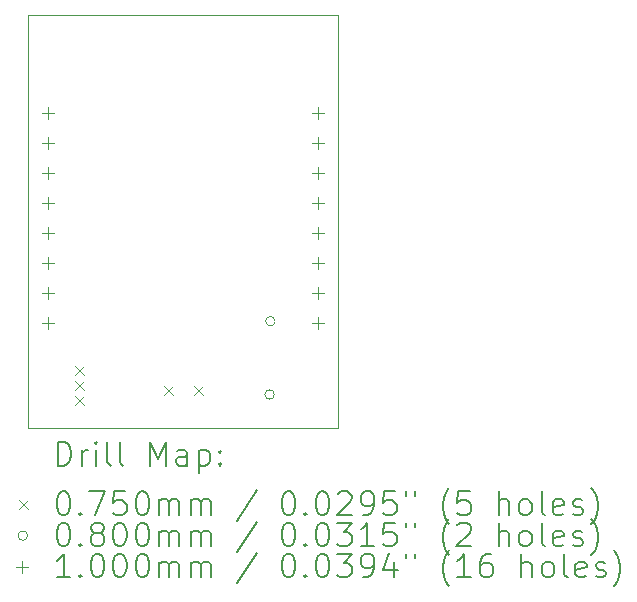
<source format=gbr>
%FSLAX45Y45*%
G04 Gerber Fmt 4.5, Leading zero omitted, Abs format (unit mm)*
G04 Created by KiCad (PCBNEW (6.0.4)) date 2022-03-20 22:02:29*
%MOMM*%
%LPD*%
G01*
G04 APERTURE LIST*
%TA.AperFunction,Profile*%
%ADD10C,0.100000*%
%TD*%
%ADD11C,0.200000*%
%ADD12C,0.075000*%
%ADD13C,0.080000*%
%ADD14C,0.100000*%
G04 APERTURE END LIST*
D10*
X12022935Y-8382000D02*
X9403251Y-8382000D01*
X9403251Y-8382000D02*
X9403251Y-4882412D01*
X9403251Y-4882412D02*
X12022935Y-4882412D01*
X12022935Y-4882412D02*
X12022935Y-8382000D01*
D11*
D12*
X9797323Y-7852233D02*
X9872323Y-7927233D01*
X9872323Y-7852233D02*
X9797323Y-7927233D01*
X9797323Y-7979233D02*
X9872323Y-8054233D01*
X9872323Y-7979233D02*
X9797323Y-8054233D01*
X9797323Y-8106233D02*
X9872323Y-8181233D01*
X9872323Y-8106233D02*
X9797323Y-8181233D01*
X10557199Y-8024440D02*
X10632199Y-8099440D01*
X10632199Y-8024440D02*
X10557199Y-8099440D01*
X10811199Y-8024440D02*
X10886199Y-8099440D01*
X10886199Y-8024440D02*
X10811199Y-8099440D01*
D13*
X11487268Y-8095915D02*
G75*
G03*
X11487268Y-8095915I-40000J0D01*
G01*
X11494061Y-7476016D02*
G75*
G03*
X11494061Y-7476016I-40000J0D01*
G01*
D14*
X9573500Y-5665000D02*
X9573500Y-5765000D01*
X9523500Y-5715000D02*
X9623500Y-5715000D01*
X9573500Y-5919000D02*
X9573500Y-6019000D01*
X9523500Y-5969000D02*
X9623500Y-5969000D01*
X9573500Y-6173000D02*
X9573500Y-6273000D01*
X9523500Y-6223000D02*
X9623500Y-6223000D01*
X9573500Y-6427000D02*
X9573500Y-6527000D01*
X9523500Y-6477000D02*
X9623500Y-6477000D01*
X9573500Y-6681000D02*
X9573500Y-6781000D01*
X9523500Y-6731000D02*
X9623500Y-6731000D01*
X9573500Y-6935000D02*
X9573500Y-7035000D01*
X9523500Y-6985000D02*
X9623500Y-6985000D01*
X9573500Y-7189000D02*
X9573500Y-7289000D01*
X9523500Y-7239000D02*
X9623500Y-7239000D01*
X9573500Y-7443000D02*
X9573500Y-7543000D01*
X9523500Y-7493000D02*
X9623500Y-7493000D01*
X11859500Y-5665000D02*
X11859500Y-5765000D01*
X11809500Y-5715000D02*
X11909500Y-5715000D01*
X11859500Y-5919000D02*
X11859500Y-6019000D01*
X11809500Y-5969000D02*
X11909500Y-5969000D01*
X11859500Y-6173000D02*
X11859500Y-6273000D01*
X11809500Y-6223000D02*
X11909500Y-6223000D01*
X11859500Y-6427000D02*
X11859500Y-6527000D01*
X11809500Y-6477000D02*
X11909500Y-6477000D01*
X11859500Y-6681000D02*
X11859500Y-6781000D01*
X11809500Y-6731000D02*
X11909500Y-6731000D01*
X11859500Y-6935000D02*
X11859500Y-7035000D01*
X11809500Y-6985000D02*
X11909500Y-6985000D01*
X11859500Y-7189000D02*
X11859500Y-7289000D01*
X11809500Y-7239000D02*
X11909500Y-7239000D01*
X11859500Y-7443000D02*
X11859500Y-7543000D01*
X11809500Y-7493000D02*
X11909500Y-7493000D01*
D11*
X9655870Y-8697476D02*
X9655870Y-8497476D01*
X9703489Y-8497476D01*
X9732061Y-8507000D01*
X9751108Y-8526048D01*
X9760632Y-8545095D01*
X9770156Y-8583190D01*
X9770156Y-8611762D01*
X9760632Y-8649857D01*
X9751108Y-8668905D01*
X9732061Y-8687952D01*
X9703489Y-8697476D01*
X9655870Y-8697476D01*
X9855870Y-8697476D02*
X9855870Y-8564143D01*
X9855870Y-8602238D02*
X9865394Y-8583190D01*
X9874918Y-8573667D01*
X9893966Y-8564143D01*
X9913013Y-8564143D01*
X9979680Y-8697476D02*
X9979680Y-8564143D01*
X9979680Y-8497476D02*
X9970156Y-8507000D01*
X9979680Y-8516524D01*
X9989204Y-8507000D01*
X9979680Y-8497476D01*
X9979680Y-8516524D01*
X10103489Y-8697476D02*
X10084442Y-8687952D01*
X10074918Y-8668905D01*
X10074918Y-8497476D01*
X10208251Y-8697476D02*
X10189204Y-8687952D01*
X10179680Y-8668905D01*
X10179680Y-8497476D01*
X10436823Y-8697476D02*
X10436823Y-8497476D01*
X10503489Y-8640333D01*
X10570156Y-8497476D01*
X10570156Y-8697476D01*
X10751108Y-8697476D02*
X10751108Y-8592714D01*
X10741585Y-8573667D01*
X10722537Y-8564143D01*
X10684442Y-8564143D01*
X10665394Y-8573667D01*
X10751108Y-8687952D02*
X10732061Y-8697476D01*
X10684442Y-8697476D01*
X10665394Y-8687952D01*
X10655870Y-8668905D01*
X10655870Y-8649857D01*
X10665394Y-8630810D01*
X10684442Y-8621286D01*
X10732061Y-8621286D01*
X10751108Y-8611762D01*
X10846347Y-8564143D02*
X10846347Y-8764143D01*
X10846347Y-8573667D02*
X10865394Y-8564143D01*
X10903489Y-8564143D01*
X10922537Y-8573667D01*
X10932061Y-8583190D01*
X10941585Y-8602238D01*
X10941585Y-8659381D01*
X10932061Y-8678429D01*
X10922537Y-8687952D01*
X10903489Y-8697476D01*
X10865394Y-8697476D01*
X10846347Y-8687952D01*
X11027299Y-8678429D02*
X11036823Y-8687952D01*
X11027299Y-8697476D01*
X11017775Y-8687952D01*
X11027299Y-8678429D01*
X11027299Y-8697476D01*
X11027299Y-8573667D02*
X11036823Y-8583190D01*
X11027299Y-8592714D01*
X11017775Y-8583190D01*
X11027299Y-8573667D01*
X11027299Y-8592714D01*
D12*
X9323251Y-8989500D02*
X9398251Y-9064500D01*
X9398251Y-8989500D02*
X9323251Y-9064500D01*
D11*
X9693966Y-8917476D02*
X9713013Y-8917476D01*
X9732061Y-8927000D01*
X9741585Y-8936524D01*
X9751108Y-8955571D01*
X9760632Y-8993667D01*
X9760632Y-9041286D01*
X9751108Y-9079381D01*
X9741585Y-9098429D01*
X9732061Y-9107952D01*
X9713013Y-9117476D01*
X9693966Y-9117476D01*
X9674918Y-9107952D01*
X9665394Y-9098429D01*
X9655870Y-9079381D01*
X9646347Y-9041286D01*
X9646347Y-8993667D01*
X9655870Y-8955571D01*
X9665394Y-8936524D01*
X9674918Y-8927000D01*
X9693966Y-8917476D01*
X9846347Y-9098429D02*
X9855870Y-9107952D01*
X9846347Y-9117476D01*
X9836823Y-9107952D01*
X9846347Y-9098429D01*
X9846347Y-9117476D01*
X9922537Y-8917476D02*
X10055870Y-8917476D01*
X9970156Y-9117476D01*
X10227299Y-8917476D02*
X10132061Y-8917476D01*
X10122537Y-9012714D01*
X10132061Y-9003190D01*
X10151108Y-8993667D01*
X10198727Y-8993667D01*
X10217775Y-9003190D01*
X10227299Y-9012714D01*
X10236823Y-9031762D01*
X10236823Y-9079381D01*
X10227299Y-9098429D01*
X10217775Y-9107952D01*
X10198727Y-9117476D01*
X10151108Y-9117476D01*
X10132061Y-9107952D01*
X10122537Y-9098429D01*
X10360632Y-8917476D02*
X10379680Y-8917476D01*
X10398727Y-8927000D01*
X10408251Y-8936524D01*
X10417775Y-8955571D01*
X10427299Y-8993667D01*
X10427299Y-9041286D01*
X10417775Y-9079381D01*
X10408251Y-9098429D01*
X10398727Y-9107952D01*
X10379680Y-9117476D01*
X10360632Y-9117476D01*
X10341585Y-9107952D01*
X10332061Y-9098429D01*
X10322537Y-9079381D01*
X10313013Y-9041286D01*
X10313013Y-8993667D01*
X10322537Y-8955571D01*
X10332061Y-8936524D01*
X10341585Y-8927000D01*
X10360632Y-8917476D01*
X10513013Y-9117476D02*
X10513013Y-8984143D01*
X10513013Y-9003190D02*
X10522537Y-8993667D01*
X10541585Y-8984143D01*
X10570156Y-8984143D01*
X10589204Y-8993667D01*
X10598727Y-9012714D01*
X10598727Y-9117476D01*
X10598727Y-9012714D02*
X10608251Y-8993667D01*
X10627299Y-8984143D01*
X10655870Y-8984143D01*
X10674918Y-8993667D01*
X10684442Y-9012714D01*
X10684442Y-9117476D01*
X10779680Y-9117476D02*
X10779680Y-8984143D01*
X10779680Y-9003190D02*
X10789204Y-8993667D01*
X10808251Y-8984143D01*
X10836823Y-8984143D01*
X10855870Y-8993667D01*
X10865394Y-9012714D01*
X10865394Y-9117476D01*
X10865394Y-9012714D02*
X10874918Y-8993667D01*
X10893966Y-8984143D01*
X10922537Y-8984143D01*
X10941585Y-8993667D01*
X10951108Y-9012714D01*
X10951108Y-9117476D01*
X11341585Y-8907952D02*
X11170156Y-9165095D01*
X11598727Y-8917476D02*
X11617775Y-8917476D01*
X11636823Y-8927000D01*
X11646346Y-8936524D01*
X11655870Y-8955571D01*
X11665394Y-8993667D01*
X11665394Y-9041286D01*
X11655870Y-9079381D01*
X11646346Y-9098429D01*
X11636823Y-9107952D01*
X11617775Y-9117476D01*
X11598727Y-9117476D01*
X11579680Y-9107952D01*
X11570156Y-9098429D01*
X11560632Y-9079381D01*
X11551108Y-9041286D01*
X11551108Y-8993667D01*
X11560632Y-8955571D01*
X11570156Y-8936524D01*
X11579680Y-8927000D01*
X11598727Y-8917476D01*
X11751108Y-9098429D02*
X11760632Y-9107952D01*
X11751108Y-9117476D01*
X11741585Y-9107952D01*
X11751108Y-9098429D01*
X11751108Y-9117476D01*
X11884442Y-8917476D02*
X11903489Y-8917476D01*
X11922537Y-8927000D01*
X11932061Y-8936524D01*
X11941585Y-8955571D01*
X11951108Y-8993667D01*
X11951108Y-9041286D01*
X11941585Y-9079381D01*
X11932061Y-9098429D01*
X11922537Y-9107952D01*
X11903489Y-9117476D01*
X11884442Y-9117476D01*
X11865394Y-9107952D01*
X11855870Y-9098429D01*
X11846346Y-9079381D01*
X11836823Y-9041286D01*
X11836823Y-8993667D01*
X11846346Y-8955571D01*
X11855870Y-8936524D01*
X11865394Y-8927000D01*
X11884442Y-8917476D01*
X12027299Y-8936524D02*
X12036823Y-8927000D01*
X12055870Y-8917476D01*
X12103489Y-8917476D01*
X12122537Y-8927000D01*
X12132061Y-8936524D01*
X12141585Y-8955571D01*
X12141585Y-8974619D01*
X12132061Y-9003190D01*
X12017775Y-9117476D01*
X12141585Y-9117476D01*
X12236823Y-9117476D02*
X12274918Y-9117476D01*
X12293965Y-9107952D01*
X12303489Y-9098429D01*
X12322537Y-9069857D01*
X12332061Y-9031762D01*
X12332061Y-8955571D01*
X12322537Y-8936524D01*
X12313013Y-8927000D01*
X12293965Y-8917476D01*
X12255870Y-8917476D01*
X12236823Y-8927000D01*
X12227299Y-8936524D01*
X12217775Y-8955571D01*
X12217775Y-9003190D01*
X12227299Y-9022238D01*
X12236823Y-9031762D01*
X12255870Y-9041286D01*
X12293965Y-9041286D01*
X12313013Y-9031762D01*
X12322537Y-9022238D01*
X12332061Y-9003190D01*
X12513013Y-8917476D02*
X12417775Y-8917476D01*
X12408251Y-9012714D01*
X12417775Y-9003190D01*
X12436823Y-8993667D01*
X12484442Y-8993667D01*
X12503489Y-9003190D01*
X12513013Y-9012714D01*
X12522537Y-9031762D01*
X12522537Y-9079381D01*
X12513013Y-9098429D01*
X12503489Y-9107952D01*
X12484442Y-9117476D01*
X12436823Y-9117476D01*
X12417775Y-9107952D01*
X12408251Y-9098429D01*
X12598727Y-8917476D02*
X12598727Y-8955571D01*
X12674918Y-8917476D02*
X12674918Y-8955571D01*
X12970156Y-9193667D02*
X12960632Y-9184143D01*
X12941585Y-9155571D01*
X12932061Y-9136524D01*
X12922537Y-9107952D01*
X12913013Y-9060333D01*
X12913013Y-9022238D01*
X12922537Y-8974619D01*
X12932061Y-8946048D01*
X12941585Y-8927000D01*
X12960632Y-8898429D01*
X12970156Y-8888905D01*
X13141585Y-8917476D02*
X13046346Y-8917476D01*
X13036823Y-9012714D01*
X13046346Y-9003190D01*
X13065394Y-8993667D01*
X13113013Y-8993667D01*
X13132061Y-9003190D01*
X13141585Y-9012714D01*
X13151108Y-9031762D01*
X13151108Y-9079381D01*
X13141585Y-9098429D01*
X13132061Y-9107952D01*
X13113013Y-9117476D01*
X13065394Y-9117476D01*
X13046346Y-9107952D01*
X13036823Y-9098429D01*
X13389204Y-9117476D02*
X13389204Y-8917476D01*
X13474918Y-9117476D02*
X13474918Y-9012714D01*
X13465394Y-8993667D01*
X13446346Y-8984143D01*
X13417775Y-8984143D01*
X13398727Y-8993667D01*
X13389204Y-9003190D01*
X13598727Y-9117476D02*
X13579680Y-9107952D01*
X13570156Y-9098429D01*
X13560632Y-9079381D01*
X13560632Y-9022238D01*
X13570156Y-9003190D01*
X13579680Y-8993667D01*
X13598727Y-8984143D01*
X13627299Y-8984143D01*
X13646346Y-8993667D01*
X13655870Y-9003190D01*
X13665394Y-9022238D01*
X13665394Y-9079381D01*
X13655870Y-9098429D01*
X13646346Y-9107952D01*
X13627299Y-9117476D01*
X13598727Y-9117476D01*
X13779680Y-9117476D02*
X13760632Y-9107952D01*
X13751108Y-9088905D01*
X13751108Y-8917476D01*
X13932061Y-9107952D02*
X13913013Y-9117476D01*
X13874918Y-9117476D01*
X13855870Y-9107952D01*
X13846346Y-9088905D01*
X13846346Y-9012714D01*
X13855870Y-8993667D01*
X13874918Y-8984143D01*
X13913013Y-8984143D01*
X13932061Y-8993667D01*
X13941585Y-9012714D01*
X13941585Y-9031762D01*
X13846346Y-9050810D01*
X14017775Y-9107952D02*
X14036823Y-9117476D01*
X14074918Y-9117476D01*
X14093965Y-9107952D01*
X14103489Y-9088905D01*
X14103489Y-9079381D01*
X14093965Y-9060333D01*
X14074918Y-9050810D01*
X14046346Y-9050810D01*
X14027299Y-9041286D01*
X14017775Y-9022238D01*
X14017775Y-9012714D01*
X14027299Y-8993667D01*
X14046346Y-8984143D01*
X14074918Y-8984143D01*
X14093965Y-8993667D01*
X14170156Y-9193667D02*
X14179680Y-9184143D01*
X14198727Y-9155571D01*
X14208251Y-9136524D01*
X14217775Y-9107952D01*
X14227299Y-9060333D01*
X14227299Y-9022238D01*
X14217775Y-8974619D01*
X14208251Y-8946048D01*
X14198727Y-8927000D01*
X14179680Y-8898429D01*
X14170156Y-8888905D01*
D13*
X9398251Y-9291000D02*
G75*
G03*
X9398251Y-9291000I-40000J0D01*
G01*
D11*
X9693966Y-9181476D02*
X9713013Y-9181476D01*
X9732061Y-9191000D01*
X9741585Y-9200524D01*
X9751108Y-9219571D01*
X9760632Y-9257667D01*
X9760632Y-9305286D01*
X9751108Y-9343381D01*
X9741585Y-9362429D01*
X9732061Y-9371952D01*
X9713013Y-9381476D01*
X9693966Y-9381476D01*
X9674918Y-9371952D01*
X9665394Y-9362429D01*
X9655870Y-9343381D01*
X9646347Y-9305286D01*
X9646347Y-9257667D01*
X9655870Y-9219571D01*
X9665394Y-9200524D01*
X9674918Y-9191000D01*
X9693966Y-9181476D01*
X9846347Y-9362429D02*
X9855870Y-9371952D01*
X9846347Y-9381476D01*
X9836823Y-9371952D01*
X9846347Y-9362429D01*
X9846347Y-9381476D01*
X9970156Y-9267190D02*
X9951108Y-9257667D01*
X9941585Y-9248143D01*
X9932061Y-9229095D01*
X9932061Y-9219571D01*
X9941585Y-9200524D01*
X9951108Y-9191000D01*
X9970156Y-9181476D01*
X10008251Y-9181476D01*
X10027299Y-9191000D01*
X10036823Y-9200524D01*
X10046347Y-9219571D01*
X10046347Y-9229095D01*
X10036823Y-9248143D01*
X10027299Y-9257667D01*
X10008251Y-9267190D01*
X9970156Y-9267190D01*
X9951108Y-9276714D01*
X9941585Y-9286238D01*
X9932061Y-9305286D01*
X9932061Y-9343381D01*
X9941585Y-9362429D01*
X9951108Y-9371952D01*
X9970156Y-9381476D01*
X10008251Y-9381476D01*
X10027299Y-9371952D01*
X10036823Y-9362429D01*
X10046347Y-9343381D01*
X10046347Y-9305286D01*
X10036823Y-9286238D01*
X10027299Y-9276714D01*
X10008251Y-9267190D01*
X10170156Y-9181476D02*
X10189204Y-9181476D01*
X10208251Y-9191000D01*
X10217775Y-9200524D01*
X10227299Y-9219571D01*
X10236823Y-9257667D01*
X10236823Y-9305286D01*
X10227299Y-9343381D01*
X10217775Y-9362429D01*
X10208251Y-9371952D01*
X10189204Y-9381476D01*
X10170156Y-9381476D01*
X10151108Y-9371952D01*
X10141585Y-9362429D01*
X10132061Y-9343381D01*
X10122537Y-9305286D01*
X10122537Y-9257667D01*
X10132061Y-9219571D01*
X10141585Y-9200524D01*
X10151108Y-9191000D01*
X10170156Y-9181476D01*
X10360632Y-9181476D02*
X10379680Y-9181476D01*
X10398727Y-9191000D01*
X10408251Y-9200524D01*
X10417775Y-9219571D01*
X10427299Y-9257667D01*
X10427299Y-9305286D01*
X10417775Y-9343381D01*
X10408251Y-9362429D01*
X10398727Y-9371952D01*
X10379680Y-9381476D01*
X10360632Y-9381476D01*
X10341585Y-9371952D01*
X10332061Y-9362429D01*
X10322537Y-9343381D01*
X10313013Y-9305286D01*
X10313013Y-9257667D01*
X10322537Y-9219571D01*
X10332061Y-9200524D01*
X10341585Y-9191000D01*
X10360632Y-9181476D01*
X10513013Y-9381476D02*
X10513013Y-9248143D01*
X10513013Y-9267190D02*
X10522537Y-9257667D01*
X10541585Y-9248143D01*
X10570156Y-9248143D01*
X10589204Y-9257667D01*
X10598727Y-9276714D01*
X10598727Y-9381476D01*
X10598727Y-9276714D02*
X10608251Y-9257667D01*
X10627299Y-9248143D01*
X10655870Y-9248143D01*
X10674918Y-9257667D01*
X10684442Y-9276714D01*
X10684442Y-9381476D01*
X10779680Y-9381476D02*
X10779680Y-9248143D01*
X10779680Y-9267190D02*
X10789204Y-9257667D01*
X10808251Y-9248143D01*
X10836823Y-9248143D01*
X10855870Y-9257667D01*
X10865394Y-9276714D01*
X10865394Y-9381476D01*
X10865394Y-9276714D02*
X10874918Y-9257667D01*
X10893966Y-9248143D01*
X10922537Y-9248143D01*
X10941585Y-9257667D01*
X10951108Y-9276714D01*
X10951108Y-9381476D01*
X11341585Y-9171952D02*
X11170156Y-9429095D01*
X11598727Y-9181476D02*
X11617775Y-9181476D01*
X11636823Y-9191000D01*
X11646346Y-9200524D01*
X11655870Y-9219571D01*
X11665394Y-9257667D01*
X11665394Y-9305286D01*
X11655870Y-9343381D01*
X11646346Y-9362429D01*
X11636823Y-9371952D01*
X11617775Y-9381476D01*
X11598727Y-9381476D01*
X11579680Y-9371952D01*
X11570156Y-9362429D01*
X11560632Y-9343381D01*
X11551108Y-9305286D01*
X11551108Y-9257667D01*
X11560632Y-9219571D01*
X11570156Y-9200524D01*
X11579680Y-9191000D01*
X11598727Y-9181476D01*
X11751108Y-9362429D02*
X11760632Y-9371952D01*
X11751108Y-9381476D01*
X11741585Y-9371952D01*
X11751108Y-9362429D01*
X11751108Y-9381476D01*
X11884442Y-9181476D02*
X11903489Y-9181476D01*
X11922537Y-9191000D01*
X11932061Y-9200524D01*
X11941585Y-9219571D01*
X11951108Y-9257667D01*
X11951108Y-9305286D01*
X11941585Y-9343381D01*
X11932061Y-9362429D01*
X11922537Y-9371952D01*
X11903489Y-9381476D01*
X11884442Y-9381476D01*
X11865394Y-9371952D01*
X11855870Y-9362429D01*
X11846346Y-9343381D01*
X11836823Y-9305286D01*
X11836823Y-9257667D01*
X11846346Y-9219571D01*
X11855870Y-9200524D01*
X11865394Y-9191000D01*
X11884442Y-9181476D01*
X12017775Y-9181476D02*
X12141585Y-9181476D01*
X12074918Y-9257667D01*
X12103489Y-9257667D01*
X12122537Y-9267190D01*
X12132061Y-9276714D01*
X12141585Y-9295762D01*
X12141585Y-9343381D01*
X12132061Y-9362429D01*
X12122537Y-9371952D01*
X12103489Y-9381476D01*
X12046346Y-9381476D01*
X12027299Y-9371952D01*
X12017775Y-9362429D01*
X12332061Y-9381476D02*
X12217775Y-9381476D01*
X12274918Y-9381476D02*
X12274918Y-9181476D01*
X12255870Y-9210048D01*
X12236823Y-9229095D01*
X12217775Y-9238619D01*
X12513013Y-9181476D02*
X12417775Y-9181476D01*
X12408251Y-9276714D01*
X12417775Y-9267190D01*
X12436823Y-9257667D01*
X12484442Y-9257667D01*
X12503489Y-9267190D01*
X12513013Y-9276714D01*
X12522537Y-9295762D01*
X12522537Y-9343381D01*
X12513013Y-9362429D01*
X12503489Y-9371952D01*
X12484442Y-9381476D01*
X12436823Y-9381476D01*
X12417775Y-9371952D01*
X12408251Y-9362429D01*
X12598727Y-9181476D02*
X12598727Y-9219571D01*
X12674918Y-9181476D02*
X12674918Y-9219571D01*
X12970156Y-9457667D02*
X12960632Y-9448143D01*
X12941585Y-9419571D01*
X12932061Y-9400524D01*
X12922537Y-9371952D01*
X12913013Y-9324333D01*
X12913013Y-9286238D01*
X12922537Y-9238619D01*
X12932061Y-9210048D01*
X12941585Y-9191000D01*
X12960632Y-9162429D01*
X12970156Y-9152905D01*
X13036823Y-9200524D02*
X13046346Y-9191000D01*
X13065394Y-9181476D01*
X13113013Y-9181476D01*
X13132061Y-9191000D01*
X13141585Y-9200524D01*
X13151108Y-9219571D01*
X13151108Y-9238619D01*
X13141585Y-9267190D01*
X13027299Y-9381476D01*
X13151108Y-9381476D01*
X13389204Y-9381476D02*
X13389204Y-9181476D01*
X13474918Y-9381476D02*
X13474918Y-9276714D01*
X13465394Y-9257667D01*
X13446346Y-9248143D01*
X13417775Y-9248143D01*
X13398727Y-9257667D01*
X13389204Y-9267190D01*
X13598727Y-9381476D02*
X13579680Y-9371952D01*
X13570156Y-9362429D01*
X13560632Y-9343381D01*
X13560632Y-9286238D01*
X13570156Y-9267190D01*
X13579680Y-9257667D01*
X13598727Y-9248143D01*
X13627299Y-9248143D01*
X13646346Y-9257667D01*
X13655870Y-9267190D01*
X13665394Y-9286238D01*
X13665394Y-9343381D01*
X13655870Y-9362429D01*
X13646346Y-9371952D01*
X13627299Y-9381476D01*
X13598727Y-9381476D01*
X13779680Y-9381476D02*
X13760632Y-9371952D01*
X13751108Y-9352905D01*
X13751108Y-9181476D01*
X13932061Y-9371952D02*
X13913013Y-9381476D01*
X13874918Y-9381476D01*
X13855870Y-9371952D01*
X13846346Y-9352905D01*
X13846346Y-9276714D01*
X13855870Y-9257667D01*
X13874918Y-9248143D01*
X13913013Y-9248143D01*
X13932061Y-9257667D01*
X13941585Y-9276714D01*
X13941585Y-9295762D01*
X13846346Y-9314810D01*
X14017775Y-9371952D02*
X14036823Y-9381476D01*
X14074918Y-9381476D01*
X14093965Y-9371952D01*
X14103489Y-9352905D01*
X14103489Y-9343381D01*
X14093965Y-9324333D01*
X14074918Y-9314810D01*
X14046346Y-9314810D01*
X14027299Y-9305286D01*
X14017775Y-9286238D01*
X14017775Y-9276714D01*
X14027299Y-9257667D01*
X14046346Y-9248143D01*
X14074918Y-9248143D01*
X14093965Y-9257667D01*
X14170156Y-9457667D02*
X14179680Y-9448143D01*
X14198727Y-9419571D01*
X14208251Y-9400524D01*
X14217775Y-9371952D01*
X14227299Y-9324333D01*
X14227299Y-9286238D01*
X14217775Y-9238619D01*
X14208251Y-9210048D01*
X14198727Y-9191000D01*
X14179680Y-9162429D01*
X14170156Y-9152905D01*
D14*
X9348251Y-9505000D02*
X9348251Y-9605000D01*
X9298251Y-9555000D02*
X9398251Y-9555000D01*
D11*
X9760632Y-9645476D02*
X9646347Y-9645476D01*
X9703489Y-9645476D02*
X9703489Y-9445476D01*
X9684442Y-9474048D01*
X9665394Y-9493095D01*
X9646347Y-9502619D01*
X9846347Y-9626429D02*
X9855870Y-9635952D01*
X9846347Y-9645476D01*
X9836823Y-9635952D01*
X9846347Y-9626429D01*
X9846347Y-9645476D01*
X9979680Y-9445476D02*
X9998727Y-9445476D01*
X10017775Y-9455000D01*
X10027299Y-9464524D01*
X10036823Y-9483571D01*
X10046347Y-9521667D01*
X10046347Y-9569286D01*
X10036823Y-9607381D01*
X10027299Y-9626429D01*
X10017775Y-9635952D01*
X9998727Y-9645476D01*
X9979680Y-9645476D01*
X9960632Y-9635952D01*
X9951108Y-9626429D01*
X9941585Y-9607381D01*
X9932061Y-9569286D01*
X9932061Y-9521667D01*
X9941585Y-9483571D01*
X9951108Y-9464524D01*
X9960632Y-9455000D01*
X9979680Y-9445476D01*
X10170156Y-9445476D02*
X10189204Y-9445476D01*
X10208251Y-9455000D01*
X10217775Y-9464524D01*
X10227299Y-9483571D01*
X10236823Y-9521667D01*
X10236823Y-9569286D01*
X10227299Y-9607381D01*
X10217775Y-9626429D01*
X10208251Y-9635952D01*
X10189204Y-9645476D01*
X10170156Y-9645476D01*
X10151108Y-9635952D01*
X10141585Y-9626429D01*
X10132061Y-9607381D01*
X10122537Y-9569286D01*
X10122537Y-9521667D01*
X10132061Y-9483571D01*
X10141585Y-9464524D01*
X10151108Y-9455000D01*
X10170156Y-9445476D01*
X10360632Y-9445476D02*
X10379680Y-9445476D01*
X10398727Y-9455000D01*
X10408251Y-9464524D01*
X10417775Y-9483571D01*
X10427299Y-9521667D01*
X10427299Y-9569286D01*
X10417775Y-9607381D01*
X10408251Y-9626429D01*
X10398727Y-9635952D01*
X10379680Y-9645476D01*
X10360632Y-9645476D01*
X10341585Y-9635952D01*
X10332061Y-9626429D01*
X10322537Y-9607381D01*
X10313013Y-9569286D01*
X10313013Y-9521667D01*
X10322537Y-9483571D01*
X10332061Y-9464524D01*
X10341585Y-9455000D01*
X10360632Y-9445476D01*
X10513013Y-9645476D02*
X10513013Y-9512143D01*
X10513013Y-9531190D02*
X10522537Y-9521667D01*
X10541585Y-9512143D01*
X10570156Y-9512143D01*
X10589204Y-9521667D01*
X10598727Y-9540714D01*
X10598727Y-9645476D01*
X10598727Y-9540714D02*
X10608251Y-9521667D01*
X10627299Y-9512143D01*
X10655870Y-9512143D01*
X10674918Y-9521667D01*
X10684442Y-9540714D01*
X10684442Y-9645476D01*
X10779680Y-9645476D02*
X10779680Y-9512143D01*
X10779680Y-9531190D02*
X10789204Y-9521667D01*
X10808251Y-9512143D01*
X10836823Y-9512143D01*
X10855870Y-9521667D01*
X10865394Y-9540714D01*
X10865394Y-9645476D01*
X10865394Y-9540714D02*
X10874918Y-9521667D01*
X10893966Y-9512143D01*
X10922537Y-9512143D01*
X10941585Y-9521667D01*
X10951108Y-9540714D01*
X10951108Y-9645476D01*
X11341585Y-9435952D02*
X11170156Y-9693095D01*
X11598727Y-9445476D02*
X11617775Y-9445476D01*
X11636823Y-9455000D01*
X11646346Y-9464524D01*
X11655870Y-9483571D01*
X11665394Y-9521667D01*
X11665394Y-9569286D01*
X11655870Y-9607381D01*
X11646346Y-9626429D01*
X11636823Y-9635952D01*
X11617775Y-9645476D01*
X11598727Y-9645476D01*
X11579680Y-9635952D01*
X11570156Y-9626429D01*
X11560632Y-9607381D01*
X11551108Y-9569286D01*
X11551108Y-9521667D01*
X11560632Y-9483571D01*
X11570156Y-9464524D01*
X11579680Y-9455000D01*
X11598727Y-9445476D01*
X11751108Y-9626429D02*
X11760632Y-9635952D01*
X11751108Y-9645476D01*
X11741585Y-9635952D01*
X11751108Y-9626429D01*
X11751108Y-9645476D01*
X11884442Y-9445476D02*
X11903489Y-9445476D01*
X11922537Y-9455000D01*
X11932061Y-9464524D01*
X11941585Y-9483571D01*
X11951108Y-9521667D01*
X11951108Y-9569286D01*
X11941585Y-9607381D01*
X11932061Y-9626429D01*
X11922537Y-9635952D01*
X11903489Y-9645476D01*
X11884442Y-9645476D01*
X11865394Y-9635952D01*
X11855870Y-9626429D01*
X11846346Y-9607381D01*
X11836823Y-9569286D01*
X11836823Y-9521667D01*
X11846346Y-9483571D01*
X11855870Y-9464524D01*
X11865394Y-9455000D01*
X11884442Y-9445476D01*
X12017775Y-9445476D02*
X12141585Y-9445476D01*
X12074918Y-9521667D01*
X12103489Y-9521667D01*
X12122537Y-9531190D01*
X12132061Y-9540714D01*
X12141585Y-9559762D01*
X12141585Y-9607381D01*
X12132061Y-9626429D01*
X12122537Y-9635952D01*
X12103489Y-9645476D01*
X12046346Y-9645476D01*
X12027299Y-9635952D01*
X12017775Y-9626429D01*
X12236823Y-9645476D02*
X12274918Y-9645476D01*
X12293965Y-9635952D01*
X12303489Y-9626429D01*
X12322537Y-9597857D01*
X12332061Y-9559762D01*
X12332061Y-9483571D01*
X12322537Y-9464524D01*
X12313013Y-9455000D01*
X12293965Y-9445476D01*
X12255870Y-9445476D01*
X12236823Y-9455000D01*
X12227299Y-9464524D01*
X12217775Y-9483571D01*
X12217775Y-9531190D01*
X12227299Y-9550238D01*
X12236823Y-9559762D01*
X12255870Y-9569286D01*
X12293965Y-9569286D01*
X12313013Y-9559762D01*
X12322537Y-9550238D01*
X12332061Y-9531190D01*
X12503489Y-9512143D02*
X12503489Y-9645476D01*
X12455870Y-9435952D02*
X12408251Y-9578810D01*
X12532061Y-9578810D01*
X12598727Y-9445476D02*
X12598727Y-9483571D01*
X12674918Y-9445476D02*
X12674918Y-9483571D01*
X12970156Y-9721667D02*
X12960632Y-9712143D01*
X12941585Y-9683571D01*
X12932061Y-9664524D01*
X12922537Y-9635952D01*
X12913013Y-9588333D01*
X12913013Y-9550238D01*
X12922537Y-9502619D01*
X12932061Y-9474048D01*
X12941585Y-9455000D01*
X12960632Y-9426429D01*
X12970156Y-9416905D01*
X13151108Y-9645476D02*
X13036823Y-9645476D01*
X13093965Y-9645476D02*
X13093965Y-9445476D01*
X13074918Y-9474048D01*
X13055870Y-9493095D01*
X13036823Y-9502619D01*
X13322537Y-9445476D02*
X13284442Y-9445476D01*
X13265394Y-9455000D01*
X13255870Y-9464524D01*
X13236823Y-9493095D01*
X13227299Y-9531190D01*
X13227299Y-9607381D01*
X13236823Y-9626429D01*
X13246346Y-9635952D01*
X13265394Y-9645476D01*
X13303489Y-9645476D01*
X13322537Y-9635952D01*
X13332061Y-9626429D01*
X13341585Y-9607381D01*
X13341585Y-9559762D01*
X13332061Y-9540714D01*
X13322537Y-9531190D01*
X13303489Y-9521667D01*
X13265394Y-9521667D01*
X13246346Y-9531190D01*
X13236823Y-9540714D01*
X13227299Y-9559762D01*
X13579680Y-9645476D02*
X13579680Y-9445476D01*
X13665394Y-9645476D02*
X13665394Y-9540714D01*
X13655870Y-9521667D01*
X13636823Y-9512143D01*
X13608251Y-9512143D01*
X13589204Y-9521667D01*
X13579680Y-9531190D01*
X13789204Y-9645476D02*
X13770156Y-9635952D01*
X13760632Y-9626429D01*
X13751108Y-9607381D01*
X13751108Y-9550238D01*
X13760632Y-9531190D01*
X13770156Y-9521667D01*
X13789204Y-9512143D01*
X13817775Y-9512143D01*
X13836823Y-9521667D01*
X13846346Y-9531190D01*
X13855870Y-9550238D01*
X13855870Y-9607381D01*
X13846346Y-9626429D01*
X13836823Y-9635952D01*
X13817775Y-9645476D01*
X13789204Y-9645476D01*
X13970156Y-9645476D02*
X13951108Y-9635952D01*
X13941585Y-9616905D01*
X13941585Y-9445476D01*
X14122537Y-9635952D02*
X14103489Y-9645476D01*
X14065394Y-9645476D01*
X14046346Y-9635952D01*
X14036823Y-9616905D01*
X14036823Y-9540714D01*
X14046346Y-9521667D01*
X14065394Y-9512143D01*
X14103489Y-9512143D01*
X14122537Y-9521667D01*
X14132061Y-9540714D01*
X14132061Y-9559762D01*
X14036823Y-9578810D01*
X14208251Y-9635952D02*
X14227299Y-9645476D01*
X14265394Y-9645476D01*
X14284442Y-9635952D01*
X14293965Y-9616905D01*
X14293965Y-9607381D01*
X14284442Y-9588333D01*
X14265394Y-9578810D01*
X14236823Y-9578810D01*
X14217775Y-9569286D01*
X14208251Y-9550238D01*
X14208251Y-9540714D01*
X14217775Y-9521667D01*
X14236823Y-9512143D01*
X14265394Y-9512143D01*
X14284442Y-9521667D01*
X14360632Y-9721667D02*
X14370156Y-9712143D01*
X14389204Y-9683571D01*
X14398727Y-9664524D01*
X14408251Y-9635952D01*
X14417775Y-9588333D01*
X14417775Y-9550238D01*
X14408251Y-9502619D01*
X14398727Y-9474048D01*
X14389204Y-9455000D01*
X14370156Y-9426429D01*
X14360632Y-9416905D01*
M02*

</source>
